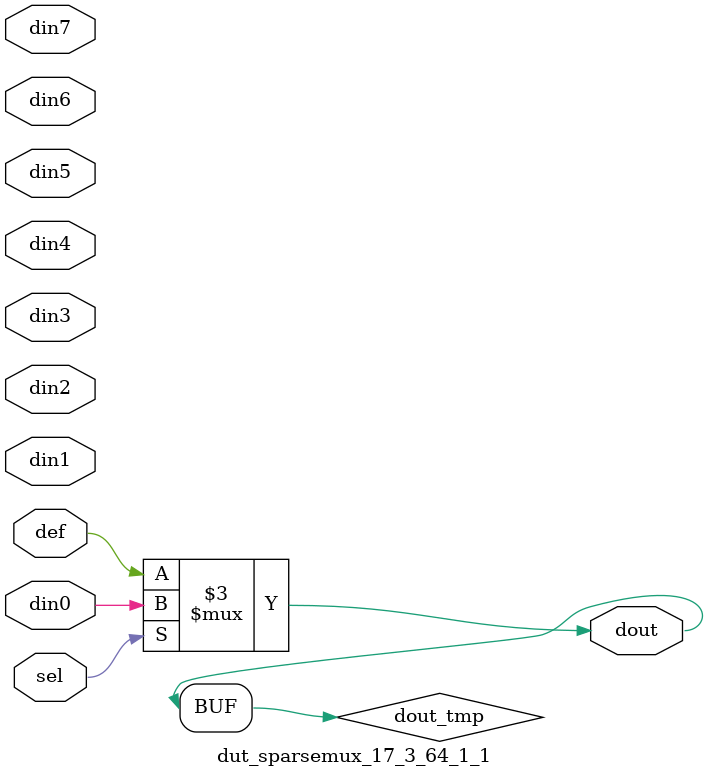
<source format=v>
`timescale 1ns / 1ps

module dut_sparsemux_17_3_64_1_1 (din0,din1,din2,din3,din4,din5,din6,din7,def,sel,dout);

parameter din0_WIDTH = 1;

parameter din1_WIDTH = 1;

parameter din2_WIDTH = 1;

parameter din3_WIDTH = 1;

parameter din4_WIDTH = 1;

parameter din5_WIDTH = 1;

parameter din6_WIDTH = 1;

parameter din7_WIDTH = 1;

parameter def_WIDTH = 1;
parameter sel_WIDTH = 1;
parameter dout_WIDTH = 1;

parameter [sel_WIDTH-1:0] CASE0 = 1;

parameter [sel_WIDTH-1:0] CASE1 = 1;

parameter [sel_WIDTH-1:0] CASE2 = 1;

parameter [sel_WIDTH-1:0] CASE3 = 1;

parameter [sel_WIDTH-1:0] CASE4 = 1;

parameter [sel_WIDTH-1:0] CASE5 = 1;

parameter [sel_WIDTH-1:0] CASE6 = 1;

parameter [sel_WIDTH-1:0] CASE7 = 1;

parameter ID = 1;
parameter NUM_STAGE = 1;



input [din0_WIDTH-1:0] din0;

input [din1_WIDTH-1:0] din1;

input [din2_WIDTH-1:0] din2;

input [din3_WIDTH-1:0] din3;

input [din4_WIDTH-1:0] din4;

input [din5_WIDTH-1:0] din5;

input [din6_WIDTH-1:0] din6;

input [din7_WIDTH-1:0] din7;

input [def_WIDTH-1:0] def;
input [sel_WIDTH-1:0] sel;

output [dout_WIDTH-1:0] dout;



reg [dout_WIDTH-1:0] dout_tmp;

always @ (*) begin
case (sel)
    
    CASE0 : dout_tmp = din0;
    
    CASE1 : dout_tmp = din1;
    
    CASE2 : dout_tmp = din2;
    
    CASE3 : dout_tmp = din3;
    
    CASE4 : dout_tmp = din4;
    
    CASE5 : dout_tmp = din5;
    
    CASE6 : dout_tmp = din6;
    
    CASE7 : dout_tmp = din7;
    
    default : dout_tmp = def;
endcase
end


assign dout = dout_tmp;



endmodule

</source>
